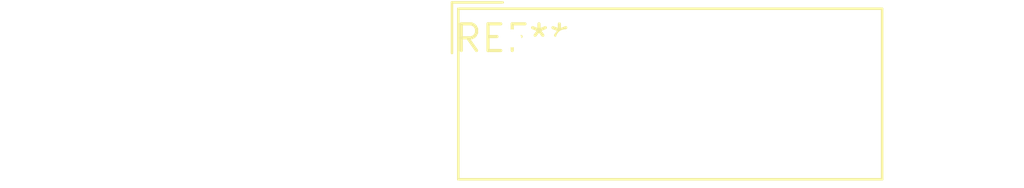
<source format=kicad_pcb>
(kicad_pcb (version 20240108) (generator pcbnew)
  (layers (0 "F.Cu" signal) (31 "B.Cu" signal) (34 "B.Paste" user) (35 "F.Paste" user) (36 "B.SilkS" user "B.Silkscreen") (37 "F.SilkS" user "F.Silkscreen") (38 "B.Mask" user) (39 "F.Mask" user) (44 "Edge.Cuts" user))
  (net 0 "")
  (footprint "Molex_SPOX_5268-07A_1x07_P2.50mm_Horizontal" (layer "F.Cu") (at 0 0)
    (property "Reference" "REF**")
    (property "Value" "Molex_SPOX_5268-07A_1x07_P2.50mm_Horizontal")
    (fp_line (start -2.86 -1.71) (end -0.45 -1.71) (layer "F.SilkS") (stroke (width 0.12)))
    (fp_line (start -2.86 0.7) (end -2.86 -1.71) (layer "F.SilkS") (stroke (width 0.12)))
    (fp_line (start -2.56 -1.41) (end -2.56 6.71) (layer "F.SilkS") (stroke (width 0.12)))
    (fp_line (start -2.56 6.71) (end 17.56 6.71) (layer "F.SilkS") (stroke (width 0.12)))
    (fp_line (start 17.56 -1.41) (end -2.56 -1.41) (layer "F.SilkS") (stroke (width 0.12)))
    (fp_line (start 17.56 6.71) (end 17.56 -1.41) (layer "F.SilkS") (stroke (width 0.12)))
    (pad "1" thru_hole roundrect (at 0 0) (size 1.7 1.85) (drill 0.85) (layers *.Cu *.Mask) (remove_unused_layers) (roundrect_rratio 0.147059))
    (pad "2" thru_hole oval (at 2.5 0) (size 1.7 1.85) (drill 0.85) (layers *.Cu *.Mask) (remove_unused_layers))
    (pad "3" thru_hole oval (at 5 0) (size 1.7 1.85) (drill 0.85) (layers *.Cu *.Mask) (remove_unused_layers))
    (pad "4" thru_hole oval (at 7.5 0) (size 1.7 1.85) (drill 0.85) (layers *.Cu *.Mask) (remove_unused_layers))
    (pad "5" thru_hole oval (at 10 0) (size 1.7 1.85) (drill 0.85) (layers *.Cu *.Mask) (remove_unused_layers))
    (pad "6" thru_hole oval (at 12.5 0) (size 1.7 1.85) (drill 0.85) (layers *.Cu *.Mask) (remove_unused_layers))
    (pad "7" thru_hole oval (at 15 0) (size 1.7 1.85) (drill 0.85) (layers *.Cu *.Mask) (remove_unused_layers))
  )
)
</source>
